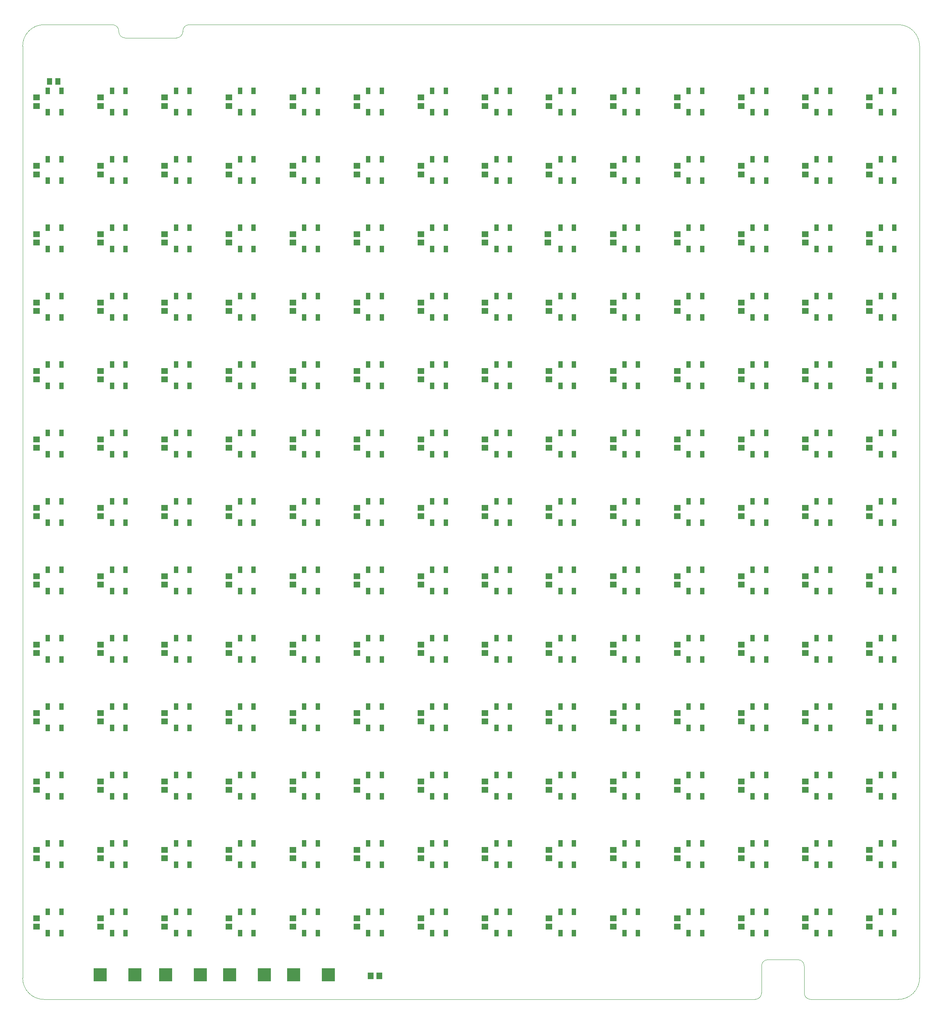
<source format=gtp>
%FSLAX46Y46*%
G04 Gerber Fmt 4.6, Leading zero omitted, Abs format (unit mm)*
G04 Created by KiCad (PCBNEW (2014-09-25 BZR 5147)-product) date Friday 10 October 2014 06:15:42 PM IST*
%MOMM*%
G01*
G04 APERTURE LIST*
%ADD10C,0.150000*%
%ADD11C,0.100000*%
%ADD12R,1.300480X1.498600*%
%ADD13R,3.048000X3.048000*%
%ADD14R,1.350000X1.550000*%
%ADD15R,1.550000X1.350000*%
%ADD16R,1.016000X1.524000*%
G04 APERTURE END LIST*
D10*
D11*
X264000000Y-46000000D02*
X264000000Y-264000000D01*
X93000000Y-41000000D02*
X259000000Y-41000000D01*
X75000000Y-41000000D02*
X59000000Y-41000000D01*
X76500000Y-42500000D02*
X76500000Y-42600000D01*
X76500000Y-42500000D02*
G75*
G03X75000000Y-41000000I-1500000J0D01*
G74*
G01*
X91500000Y-42500000D02*
X91500000Y-42600000D01*
X93000000Y-41000000D02*
G75*
G03X91500000Y-42500000I0J-1500000D01*
G74*
G01*
X90000000Y-44100000D02*
G75*
G03X91500000Y-42600000I0J1500000D01*
G74*
G01*
X76500000Y-42600000D02*
G75*
G03X78000000Y-44100000I1500000J0D01*
G74*
G01*
X84000000Y-44100000D02*
X90000000Y-44100000D01*
X84000000Y-44100000D02*
X78000000Y-44100000D01*
X54000000Y-264000000D02*
X54000000Y-46000000D01*
X225500000Y-269000000D02*
X59000000Y-269000000D01*
X259000000Y-269000000D02*
X238500000Y-269000000D01*
X259000000Y-269000000D02*
G75*
G03X264000000Y-264000000I0J5000000D01*
G74*
G01*
X264000000Y-46000000D02*
G75*
G03X259000000Y-41000000I-5000000J0D01*
G74*
G01*
X59000000Y-41000000D02*
G75*
G03X54000000Y-46000000I0J-5000000D01*
G74*
G01*
X54000000Y-264000000D02*
G75*
G03X59000000Y-269000000I5000000J0D01*
G74*
G01*
X237000000Y-267500000D02*
X237000000Y-261200000D01*
X227000000Y-261200000D02*
X227000000Y-267500000D01*
X225500000Y-269000000D02*
G75*
G03X227000000Y-267500000I0J1500000D01*
G74*
G01*
X237000000Y-267500000D02*
G75*
G03X238500000Y-269000000I1500000J0D01*
G74*
G01*
X237000000Y-261200000D02*
G75*
G03X235500000Y-259700000I-1500000J0D01*
G74*
G01*
X228500000Y-259700000D02*
G75*
G03X227000000Y-261200000I0J-1500000D01*
G74*
G01*
X235500000Y-259700000D02*
X228500000Y-259700000D01*
D12*
X62202500Y-54250000D03*
X60297500Y-54250000D03*
D13*
X72186000Y-263250000D03*
X80314000Y-263250000D03*
X117436000Y-263250000D03*
X125564000Y-263250000D03*
X102436000Y-263250000D03*
X110564000Y-263250000D03*
X87436000Y-263250000D03*
X95564000Y-263250000D03*
D14*
X135500000Y-263500000D03*
X137500000Y-263500000D03*
D15*
X252250000Y-250000000D03*
X252250000Y-252000000D03*
X237250000Y-250000000D03*
X237250000Y-252000000D03*
X222250000Y-250000000D03*
X222250000Y-252000000D03*
X207250000Y-250000000D03*
X207250000Y-252000000D03*
X192250000Y-250000000D03*
X192250000Y-252000000D03*
X177250000Y-250000000D03*
X177250000Y-252000000D03*
X162250000Y-250000000D03*
X162250000Y-252000000D03*
X147250000Y-250000000D03*
X147250000Y-252000000D03*
X132250000Y-250000000D03*
X132250000Y-252000000D03*
X117250000Y-250000000D03*
X117250000Y-252000000D03*
X102250000Y-250000000D03*
X102250000Y-252000000D03*
X87250000Y-250000000D03*
X87250000Y-252000000D03*
X72250000Y-250000000D03*
X72250000Y-252000000D03*
X57250000Y-250000000D03*
X57250000Y-252000000D03*
X252250000Y-234000000D03*
X252250000Y-236000000D03*
X237250000Y-234000000D03*
X237250000Y-236000000D03*
X222250000Y-234000000D03*
X222250000Y-236000000D03*
X207250000Y-234000000D03*
X207250000Y-236000000D03*
X192250000Y-234000000D03*
X192250000Y-236000000D03*
X177250000Y-234000000D03*
X177250000Y-236000000D03*
X162250000Y-234000000D03*
X162250000Y-236000000D03*
X147250000Y-234000000D03*
X147250000Y-236000000D03*
X132250000Y-234000000D03*
X132250000Y-236000000D03*
X117250000Y-234000000D03*
X117250000Y-236000000D03*
X102250000Y-234000000D03*
X102250000Y-236000000D03*
X87250000Y-234000000D03*
X87250000Y-236000000D03*
X72250000Y-234000000D03*
X72250000Y-236000000D03*
X57250000Y-234000000D03*
X57250000Y-236000000D03*
X252250000Y-218000000D03*
X252250000Y-220000000D03*
X237250000Y-218000000D03*
X237250000Y-220000000D03*
X222250000Y-218000000D03*
X222250000Y-220000000D03*
X207250000Y-218000000D03*
X207250000Y-220000000D03*
X192250000Y-218000000D03*
X192250000Y-220000000D03*
X177250000Y-218000000D03*
X177250000Y-220000000D03*
X162250000Y-218000000D03*
X162250000Y-220000000D03*
X147250000Y-218000000D03*
X147250000Y-220000000D03*
X132250000Y-218000000D03*
X132250000Y-220000000D03*
X117250000Y-218000000D03*
X117250000Y-220000000D03*
X102250000Y-218000000D03*
X102250000Y-220000000D03*
X87250000Y-218000000D03*
X87250000Y-220000000D03*
X72250000Y-218000000D03*
X72250000Y-220000000D03*
X57250000Y-218000000D03*
X57250000Y-220000000D03*
X252250000Y-202000000D03*
X252250000Y-204000000D03*
X237250000Y-202000000D03*
X237250000Y-204000000D03*
X222250000Y-202000000D03*
X222250000Y-204000000D03*
X207250000Y-202000000D03*
X207250000Y-204000000D03*
X192250000Y-202000000D03*
X192250000Y-204000000D03*
X177250000Y-202000000D03*
X177250000Y-204000000D03*
X162250000Y-202000000D03*
X162250000Y-204000000D03*
X147250000Y-202000000D03*
X147250000Y-204000000D03*
X132250000Y-202000000D03*
X132250000Y-204000000D03*
X117250000Y-202000000D03*
X117250000Y-204000000D03*
X102250000Y-202000000D03*
X102250000Y-204000000D03*
X87250000Y-202000000D03*
X87250000Y-204000000D03*
X72250000Y-202000000D03*
X72250000Y-204000000D03*
X57250000Y-202000000D03*
X57250000Y-204000000D03*
X252250000Y-186000000D03*
X252250000Y-188000000D03*
X237250000Y-186000000D03*
X237250000Y-188000000D03*
X222250000Y-186000000D03*
X222250000Y-188000000D03*
X207250000Y-186000000D03*
X207250000Y-188000000D03*
X192250000Y-186000000D03*
X192250000Y-188000000D03*
X177250000Y-186000000D03*
X177250000Y-188000000D03*
X162250000Y-186000000D03*
X162250000Y-188000000D03*
X147250000Y-186000000D03*
X147250000Y-188000000D03*
X132250000Y-186000000D03*
X132250000Y-188000000D03*
X117250000Y-186000000D03*
X117250000Y-188000000D03*
X102250000Y-186000000D03*
X102250000Y-188000000D03*
X87250000Y-186000000D03*
X87250000Y-188000000D03*
X72250000Y-186000000D03*
X72250000Y-188000000D03*
X57250000Y-186000000D03*
X57250000Y-188000000D03*
X252250000Y-170000000D03*
X252250000Y-172000000D03*
X237250000Y-170000000D03*
X237250000Y-172000000D03*
X222250000Y-170000000D03*
X222250000Y-172000000D03*
X207250000Y-170000000D03*
X207250000Y-172000000D03*
X192250000Y-170000000D03*
X192250000Y-172000000D03*
X177250000Y-170000000D03*
X177250000Y-172000000D03*
X162250000Y-170000000D03*
X162250000Y-172000000D03*
X147250000Y-170000000D03*
X147250000Y-172000000D03*
X132250000Y-170000000D03*
X132250000Y-172000000D03*
X117250000Y-170000000D03*
X117250000Y-172000000D03*
X102250000Y-170000000D03*
X102250000Y-172000000D03*
X87250000Y-170000000D03*
X87250000Y-172000000D03*
X72250000Y-170000000D03*
X72250000Y-172000000D03*
X57250000Y-170000000D03*
X57250000Y-172000000D03*
X252250000Y-154000000D03*
X252250000Y-156000000D03*
X237250000Y-154000000D03*
X237250000Y-156000000D03*
X222250000Y-154000000D03*
X222250000Y-156000000D03*
X207250000Y-154000000D03*
X207250000Y-156000000D03*
X192250000Y-154000000D03*
X192250000Y-156000000D03*
X177250000Y-154000000D03*
X177250000Y-156000000D03*
X162250000Y-154000000D03*
X162250000Y-156000000D03*
X147250000Y-154000000D03*
X147250000Y-156000000D03*
X132250000Y-154000000D03*
X132250000Y-156000000D03*
X117250000Y-154000000D03*
X117250000Y-156000000D03*
X102250000Y-154000000D03*
X102250000Y-156000000D03*
X87250000Y-154000000D03*
X87250000Y-156000000D03*
X72250000Y-154000000D03*
X72250000Y-156000000D03*
X57250000Y-154000000D03*
X57250000Y-156000000D03*
X252250000Y-138000000D03*
X252250000Y-140000000D03*
X237250000Y-138000000D03*
X237250000Y-140000000D03*
X222250000Y-138000000D03*
X222250000Y-140000000D03*
X207250000Y-138000000D03*
X207250000Y-140000000D03*
X192250000Y-138000000D03*
X192250000Y-140000000D03*
X177250000Y-138000000D03*
X177250000Y-140000000D03*
X162250000Y-138000000D03*
X162250000Y-140000000D03*
X147250000Y-138000000D03*
X147250000Y-140000000D03*
X132250000Y-138000000D03*
X132250000Y-140000000D03*
X117250000Y-138000000D03*
X117250000Y-140000000D03*
X102250000Y-138000000D03*
X102250000Y-140000000D03*
X87250000Y-138000000D03*
X87250000Y-140000000D03*
X72250000Y-138000000D03*
X72250000Y-140000000D03*
X57250000Y-138000000D03*
X57250000Y-140000000D03*
X252250000Y-122000000D03*
X252250000Y-124000000D03*
X237250000Y-122000000D03*
X237250000Y-124000000D03*
X222250000Y-122000000D03*
X222250000Y-124000000D03*
X207250000Y-122000000D03*
X207250000Y-124000000D03*
X192250000Y-122000000D03*
X192250000Y-124000000D03*
X177250000Y-122000000D03*
X177250000Y-124000000D03*
X162250000Y-122000000D03*
X162250000Y-124000000D03*
X147250000Y-122000000D03*
X147250000Y-124000000D03*
X132250000Y-122000000D03*
X132250000Y-124000000D03*
X117250000Y-122000000D03*
X117250000Y-124000000D03*
X102250000Y-122000000D03*
X102250000Y-124000000D03*
X87250000Y-122000000D03*
X87250000Y-124000000D03*
X72250000Y-122000000D03*
X72250000Y-124000000D03*
X57250000Y-122000000D03*
X57250000Y-124000000D03*
X252250000Y-106000000D03*
X252250000Y-108000000D03*
X237250000Y-106000000D03*
X237250000Y-108000000D03*
X222250000Y-106000000D03*
X222250000Y-108000000D03*
X207250000Y-106000000D03*
X207250000Y-108000000D03*
X192250000Y-106000000D03*
X192250000Y-108000000D03*
X177250000Y-106000000D03*
X177250000Y-108000000D03*
X162250000Y-106000000D03*
X162250000Y-108000000D03*
X147250000Y-106000000D03*
X147250000Y-108000000D03*
X132250000Y-106000000D03*
X132250000Y-108000000D03*
X117250000Y-106000000D03*
X117250000Y-108000000D03*
X102250000Y-106000000D03*
X102250000Y-108000000D03*
X87250000Y-106000000D03*
X87250000Y-108000000D03*
X72250000Y-106000000D03*
X72250000Y-108000000D03*
X57250000Y-106000000D03*
X57250000Y-108000000D03*
X252250000Y-90000000D03*
X252250000Y-92000000D03*
X237250000Y-90000000D03*
X237250000Y-92000000D03*
X222250000Y-90000000D03*
X222250000Y-92000000D03*
X207250000Y-90000000D03*
X207250000Y-92000000D03*
X192250000Y-90000000D03*
X192250000Y-92000000D03*
X177000000Y-90000000D03*
X177000000Y-92000000D03*
X162250000Y-90000000D03*
X162250000Y-92000000D03*
X147250000Y-90000000D03*
X147250000Y-92000000D03*
X132250000Y-90000000D03*
X132250000Y-92000000D03*
X117250000Y-90000000D03*
X117250000Y-92000000D03*
X102250000Y-90000000D03*
X102250000Y-92000000D03*
X87250000Y-90000000D03*
X87250000Y-92000000D03*
X72250000Y-90000000D03*
X72250000Y-92000000D03*
X57250000Y-90000000D03*
X57250000Y-92000000D03*
X252250000Y-74000000D03*
X252250000Y-76000000D03*
X237250000Y-74000000D03*
X237250000Y-76000000D03*
X222250000Y-74000000D03*
X222250000Y-76000000D03*
X207250000Y-74000000D03*
X207250000Y-76000000D03*
X192250000Y-74000000D03*
X192250000Y-76000000D03*
X177250000Y-74000000D03*
X177250000Y-76000000D03*
X162250000Y-74000000D03*
X162250000Y-76000000D03*
X147250000Y-74000000D03*
X147250000Y-76000000D03*
X132250000Y-74000000D03*
X132250000Y-76000000D03*
X117250000Y-74000000D03*
X117250000Y-76000000D03*
X102250000Y-74000000D03*
X102250000Y-76000000D03*
X87250000Y-74000000D03*
X87250000Y-76000000D03*
X72250000Y-74000000D03*
X72250000Y-76000000D03*
X57250000Y-74000000D03*
X57250000Y-76000000D03*
X252250000Y-58000000D03*
X252250000Y-60000000D03*
X237250000Y-58000000D03*
X237250000Y-60000000D03*
X222250000Y-58000000D03*
X222250000Y-60000000D03*
X207250000Y-58000000D03*
X207250000Y-60000000D03*
X192250000Y-58000000D03*
X192250000Y-60000000D03*
X177250000Y-58000000D03*
X177250000Y-60000000D03*
X162250000Y-58000000D03*
X162250000Y-60000000D03*
X147250000Y-58000000D03*
X147250000Y-60000000D03*
X132250000Y-58000000D03*
X132250000Y-60000000D03*
X117250000Y-58000000D03*
X117250000Y-60000000D03*
X102250000Y-58000000D03*
X102250000Y-60000000D03*
X87250000Y-58000000D03*
X87250000Y-60000000D03*
X72250000Y-58000000D03*
X72250000Y-60000000D03*
X57250000Y-58000000D03*
X57250000Y-60000000D03*
D16*
X138087500Y-72523500D03*
X134912500Y-72523500D03*
X134912500Y-77476500D03*
X138087500Y-77476500D03*
X258087500Y-248523500D03*
X254912500Y-248523500D03*
X254912500Y-253476500D03*
X258087500Y-253476500D03*
X243087500Y-248523500D03*
X239912500Y-248523500D03*
X239912500Y-253476500D03*
X243087500Y-253476500D03*
X228087500Y-248523500D03*
X224912500Y-248523500D03*
X224912500Y-253476500D03*
X228087500Y-253476500D03*
X213087500Y-248523500D03*
X209912500Y-248523500D03*
X209912500Y-253476500D03*
X213087500Y-253476500D03*
X198087500Y-248523500D03*
X194912500Y-248523500D03*
X194912500Y-253476500D03*
X198087500Y-253476500D03*
X183087500Y-248523500D03*
X179912500Y-248523500D03*
X179912500Y-253476500D03*
X183087500Y-253476500D03*
X168087500Y-248523500D03*
X164912500Y-248523500D03*
X164912500Y-253476500D03*
X168087500Y-253476500D03*
X153087500Y-248523500D03*
X149912500Y-248523500D03*
X149912500Y-253476500D03*
X153087500Y-253476500D03*
X138087500Y-248523500D03*
X134912500Y-248523500D03*
X134912500Y-253476500D03*
X138087500Y-253476500D03*
X123087500Y-248523500D03*
X119912500Y-248523500D03*
X119912500Y-253476500D03*
X123087500Y-253476500D03*
X108087500Y-248523500D03*
X104912500Y-248523500D03*
X104912500Y-253476500D03*
X108087500Y-253476500D03*
X93087500Y-248523500D03*
X89912500Y-248523500D03*
X89912500Y-253476500D03*
X93087500Y-253476500D03*
X78087500Y-248523500D03*
X74912500Y-248523500D03*
X74912500Y-253476500D03*
X78087500Y-253476500D03*
X63087500Y-248523500D03*
X59912500Y-248523500D03*
X59912500Y-253476500D03*
X63087500Y-253476500D03*
X258087500Y-232523500D03*
X254912500Y-232523500D03*
X254912500Y-237476500D03*
X258087500Y-237476500D03*
X243087500Y-232523500D03*
X239912500Y-232523500D03*
X239912500Y-237476500D03*
X243087500Y-237476500D03*
X228087500Y-232523500D03*
X224912500Y-232523500D03*
X224912500Y-237476500D03*
X228087500Y-237476500D03*
X213087500Y-232523500D03*
X209912500Y-232523500D03*
X209912500Y-237476500D03*
X213087500Y-237476500D03*
X198087500Y-232523500D03*
X194912500Y-232523500D03*
X194912500Y-237476500D03*
X198087500Y-237476500D03*
X183087500Y-232523500D03*
X179912500Y-232523500D03*
X179912500Y-237476500D03*
X183087500Y-237476500D03*
X168087500Y-232523500D03*
X164912500Y-232523500D03*
X164912500Y-237476500D03*
X168087500Y-237476500D03*
X153087500Y-232523500D03*
X149912500Y-232523500D03*
X149912500Y-237476500D03*
X153087500Y-237476500D03*
X138087500Y-232523500D03*
X134912500Y-232523500D03*
X134912500Y-237476500D03*
X138087500Y-237476500D03*
X123087500Y-232523500D03*
X119912500Y-232523500D03*
X119912500Y-237476500D03*
X123087500Y-237476500D03*
X108087500Y-232523500D03*
X104912500Y-232523500D03*
X104912500Y-237476500D03*
X108087500Y-237476500D03*
X93087500Y-232523500D03*
X89912500Y-232523500D03*
X89912500Y-237476500D03*
X93087500Y-237476500D03*
X78087500Y-232523500D03*
X74912500Y-232523500D03*
X74912500Y-237476500D03*
X78087500Y-237476500D03*
X63087500Y-232523500D03*
X59912500Y-232523500D03*
X59912500Y-237476500D03*
X63087500Y-237476500D03*
X258087500Y-216523500D03*
X254912500Y-216523500D03*
X254912500Y-221476500D03*
X258087500Y-221476500D03*
X243087500Y-216523500D03*
X239912500Y-216523500D03*
X239912500Y-221476500D03*
X243087500Y-221476500D03*
X228087500Y-216523500D03*
X224912500Y-216523500D03*
X224912500Y-221476500D03*
X228087500Y-221476500D03*
X213087500Y-216523500D03*
X209912500Y-216523500D03*
X209912500Y-221476500D03*
X213087500Y-221476500D03*
X198087500Y-216523500D03*
X194912500Y-216523500D03*
X194912500Y-221476500D03*
X198087500Y-221476500D03*
X183087500Y-216523500D03*
X179912500Y-216523500D03*
X179912500Y-221476500D03*
X183087500Y-221476500D03*
X168087500Y-216523500D03*
X164912500Y-216523500D03*
X164912500Y-221476500D03*
X168087500Y-221476500D03*
X153087500Y-216523500D03*
X149912500Y-216523500D03*
X149912500Y-221476500D03*
X153087500Y-221476500D03*
X138087500Y-216523500D03*
X134912500Y-216523500D03*
X134912500Y-221476500D03*
X138087500Y-221476500D03*
X123087500Y-216523500D03*
X119912500Y-216523500D03*
X119912500Y-221476500D03*
X123087500Y-221476500D03*
X108087500Y-216523500D03*
X104912500Y-216523500D03*
X104912500Y-221476500D03*
X108087500Y-221476500D03*
X93087500Y-216523500D03*
X89912500Y-216523500D03*
X89912500Y-221476500D03*
X93087500Y-221476500D03*
X78087500Y-216523500D03*
X74912500Y-216523500D03*
X74912500Y-221476500D03*
X78087500Y-221476500D03*
X63087500Y-216523500D03*
X59912500Y-216523500D03*
X59912500Y-221476500D03*
X63087500Y-221476500D03*
X258087500Y-200523500D03*
X254912500Y-200523500D03*
X254912500Y-205476500D03*
X258087500Y-205476500D03*
X243087500Y-200523500D03*
X239912500Y-200523500D03*
X239912500Y-205476500D03*
X243087500Y-205476500D03*
X228087500Y-200523500D03*
X224912500Y-200523500D03*
X224912500Y-205476500D03*
X228087500Y-205476500D03*
X213087500Y-200523500D03*
X209912500Y-200523500D03*
X209912500Y-205476500D03*
X213087500Y-205476500D03*
X198087500Y-200523500D03*
X194912500Y-200523500D03*
X194912500Y-205476500D03*
X198087500Y-205476500D03*
X183087500Y-200523500D03*
X179912500Y-200523500D03*
X179912500Y-205476500D03*
X183087500Y-205476500D03*
X168087500Y-200523500D03*
X164912500Y-200523500D03*
X164912500Y-205476500D03*
X168087500Y-205476500D03*
X153087500Y-200523500D03*
X149912500Y-200523500D03*
X149912500Y-205476500D03*
X153087500Y-205476500D03*
X138087500Y-200523500D03*
X134912500Y-200523500D03*
X134912500Y-205476500D03*
X138087500Y-205476500D03*
X123087500Y-200523500D03*
X119912500Y-200523500D03*
X119912500Y-205476500D03*
X123087500Y-205476500D03*
X108087500Y-200523500D03*
X104912500Y-200523500D03*
X104912500Y-205476500D03*
X108087500Y-205476500D03*
X93087500Y-200523500D03*
X89912500Y-200523500D03*
X89912500Y-205476500D03*
X93087500Y-205476500D03*
X78087500Y-200523500D03*
X74912500Y-200523500D03*
X74912500Y-205476500D03*
X78087500Y-205476500D03*
X63087500Y-200523500D03*
X59912500Y-200523500D03*
X59912500Y-205476500D03*
X63087500Y-205476500D03*
X258087500Y-184523500D03*
X254912500Y-184523500D03*
X254912500Y-189476500D03*
X258087500Y-189476500D03*
X243087500Y-184523500D03*
X239912500Y-184523500D03*
X239912500Y-189476500D03*
X243087500Y-189476500D03*
X228087500Y-184523500D03*
X224912500Y-184523500D03*
X224912500Y-189476500D03*
X228087500Y-189476500D03*
X213087500Y-184523500D03*
X209912500Y-184523500D03*
X209912500Y-189476500D03*
X213087500Y-189476500D03*
X198087500Y-184523500D03*
X194912500Y-184523500D03*
X194912500Y-189476500D03*
X198087500Y-189476500D03*
X183087500Y-184523500D03*
X179912500Y-184523500D03*
X179912500Y-189476500D03*
X183087500Y-189476500D03*
X168087500Y-184523500D03*
X164912500Y-184523500D03*
X164912500Y-189476500D03*
X168087500Y-189476500D03*
X153087500Y-184523500D03*
X149912500Y-184523500D03*
X149912500Y-189476500D03*
X153087500Y-189476500D03*
X138087500Y-184523500D03*
X134912500Y-184523500D03*
X134912500Y-189476500D03*
X138087500Y-189476500D03*
X123087500Y-184523500D03*
X119912500Y-184523500D03*
X119912500Y-189476500D03*
X123087500Y-189476500D03*
X108087500Y-184523500D03*
X104912500Y-184523500D03*
X104912500Y-189476500D03*
X108087500Y-189476500D03*
X93087500Y-184523500D03*
X89912500Y-184523500D03*
X89912500Y-189476500D03*
X93087500Y-189476500D03*
X78087500Y-184523500D03*
X74912500Y-184523500D03*
X74912500Y-189476500D03*
X78087500Y-189476500D03*
X63087500Y-184523500D03*
X59912500Y-184523500D03*
X59912500Y-189476500D03*
X63087500Y-189476500D03*
X258087500Y-168523500D03*
X254912500Y-168523500D03*
X254912500Y-173476500D03*
X258087500Y-173476500D03*
X243087500Y-168523500D03*
X239912500Y-168523500D03*
X239912500Y-173476500D03*
X243087500Y-173476500D03*
X228087500Y-168523500D03*
X224912500Y-168523500D03*
X224912500Y-173476500D03*
X228087500Y-173476500D03*
X213087500Y-168523500D03*
X209912500Y-168523500D03*
X209912500Y-173476500D03*
X213087500Y-173476500D03*
X198087500Y-168523500D03*
X194912500Y-168523500D03*
X194912500Y-173476500D03*
X198087500Y-173476500D03*
X183087500Y-168523500D03*
X179912500Y-168523500D03*
X179912500Y-173476500D03*
X183087500Y-173476500D03*
X168087500Y-168523500D03*
X164912500Y-168523500D03*
X164912500Y-173476500D03*
X168087500Y-173476500D03*
X153087500Y-168523500D03*
X149912500Y-168523500D03*
X149912500Y-173476500D03*
X153087500Y-173476500D03*
X138087500Y-168523500D03*
X134912500Y-168523500D03*
X134912500Y-173476500D03*
X138087500Y-173476500D03*
X123087500Y-168523500D03*
X119912500Y-168523500D03*
X119912500Y-173476500D03*
X123087500Y-173476500D03*
X108087500Y-168523500D03*
X104912500Y-168523500D03*
X104912500Y-173476500D03*
X108087500Y-173476500D03*
X93087500Y-168523500D03*
X89912500Y-168523500D03*
X89912500Y-173476500D03*
X93087500Y-173476500D03*
X78087500Y-168523500D03*
X74912500Y-168523500D03*
X74912500Y-173476500D03*
X78087500Y-173476500D03*
X63087500Y-168523500D03*
X59912500Y-168523500D03*
X59912500Y-173476500D03*
X63087500Y-173476500D03*
X258087500Y-152523500D03*
X254912500Y-152523500D03*
X254912500Y-157476500D03*
X258087500Y-157476500D03*
X243087500Y-152523500D03*
X239912500Y-152523500D03*
X239912500Y-157476500D03*
X243087500Y-157476500D03*
X228087500Y-152523500D03*
X224912500Y-152523500D03*
X224912500Y-157476500D03*
X228087500Y-157476500D03*
X213087500Y-152523500D03*
X209912500Y-152523500D03*
X209912500Y-157476500D03*
X213087500Y-157476500D03*
X198087500Y-152523500D03*
X194912500Y-152523500D03*
X194912500Y-157476500D03*
X198087500Y-157476500D03*
X183087500Y-152523500D03*
X179912500Y-152523500D03*
X179912500Y-157476500D03*
X183087500Y-157476500D03*
X168087500Y-152523500D03*
X164912500Y-152523500D03*
X164912500Y-157476500D03*
X168087500Y-157476500D03*
X153087500Y-152523500D03*
X149912500Y-152523500D03*
X149912500Y-157476500D03*
X153087500Y-157476500D03*
X138087500Y-152523500D03*
X134912500Y-152523500D03*
X134912500Y-157476500D03*
X138087500Y-157476500D03*
X123087500Y-152523500D03*
X119912500Y-152523500D03*
X119912500Y-157476500D03*
X123087500Y-157476500D03*
X108087500Y-152523500D03*
X104912500Y-152523500D03*
X104912500Y-157476500D03*
X108087500Y-157476500D03*
X93087500Y-152523500D03*
X89912500Y-152523500D03*
X89912500Y-157476500D03*
X93087500Y-157476500D03*
X78087500Y-152523500D03*
X74912500Y-152523500D03*
X74912500Y-157476500D03*
X78087500Y-157476500D03*
X63087500Y-152523500D03*
X59912500Y-152523500D03*
X59912500Y-157476500D03*
X63087500Y-157476500D03*
X258087500Y-136523500D03*
X254912500Y-136523500D03*
X254912500Y-141476500D03*
X258087500Y-141476500D03*
X243087500Y-136523500D03*
X239912500Y-136523500D03*
X239912500Y-141476500D03*
X243087500Y-141476500D03*
X228087500Y-136523500D03*
X224912500Y-136523500D03*
X224912500Y-141476500D03*
X228087500Y-141476500D03*
X213087500Y-136523500D03*
X209912500Y-136523500D03*
X209912500Y-141476500D03*
X213087500Y-141476500D03*
X198087500Y-136523500D03*
X194912500Y-136523500D03*
X194912500Y-141476500D03*
X198087500Y-141476500D03*
X183087500Y-136523500D03*
X179912500Y-136523500D03*
X179912500Y-141476500D03*
X183087500Y-141476500D03*
X168087500Y-136523500D03*
X164912500Y-136523500D03*
X164912500Y-141476500D03*
X168087500Y-141476500D03*
X153087500Y-136523500D03*
X149912500Y-136523500D03*
X149912500Y-141476500D03*
X153087500Y-141476500D03*
X138087500Y-136523500D03*
X134912500Y-136523500D03*
X134912500Y-141476500D03*
X138087500Y-141476500D03*
X123087500Y-136523500D03*
X119912500Y-136523500D03*
X119912500Y-141476500D03*
X123087500Y-141476500D03*
X108087500Y-136523500D03*
X104912500Y-136523500D03*
X104912500Y-141476500D03*
X108087500Y-141476500D03*
X93087500Y-136523500D03*
X89912500Y-136523500D03*
X89912500Y-141476500D03*
X93087500Y-141476500D03*
X78087500Y-136523500D03*
X74912500Y-136523500D03*
X74912500Y-141476500D03*
X78087500Y-141476500D03*
X63087500Y-136523500D03*
X59912500Y-136523500D03*
X59912500Y-141476500D03*
X63087500Y-141476500D03*
X258087500Y-120523500D03*
X254912500Y-120523500D03*
X254912500Y-125476500D03*
X258087500Y-125476500D03*
X243087500Y-120523500D03*
X239912500Y-120523500D03*
X239912500Y-125476500D03*
X243087500Y-125476500D03*
X228087500Y-120523500D03*
X224912500Y-120523500D03*
X224912500Y-125476500D03*
X228087500Y-125476500D03*
X213087500Y-120523500D03*
X209912500Y-120523500D03*
X209912500Y-125476500D03*
X213087500Y-125476500D03*
X198087500Y-120523500D03*
X194912500Y-120523500D03*
X194912500Y-125476500D03*
X198087500Y-125476500D03*
X183087500Y-120523500D03*
X179912500Y-120523500D03*
X179912500Y-125476500D03*
X183087500Y-125476500D03*
X168087500Y-120523500D03*
X164912500Y-120523500D03*
X164912500Y-125476500D03*
X168087500Y-125476500D03*
X153087500Y-120523500D03*
X149912500Y-120523500D03*
X149912500Y-125476500D03*
X153087500Y-125476500D03*
X138087500Y-120523500D03*
X134912500Y-120523500D03*
X134912500Y-125476500D03*
X138087500Y-125476500D03*
X123087500Y-120523500D03*
X119912500Y-120523500D03*
X119912500Y-125476500D03*
X123087500Y-125476500D03*
X108087500Y-120523500D03*
X104912500Y-120523500D03*
X104912500Y-125476500D03*
X108087500Y-125476500D03*
X93087500Y-120523500D03*
X89912500Y-120523500D03*
X89912500Y-125476500D03*
X93087500Y-125476500D03*
X78087500Y-120523500D03*
X74912500Y-120523500D03*
X74912500Y-125476500D03*
X78087500Y-125476500D03*
X63087500Y-120523500D03*
X59912500Y-120523500D03*
X59912500Y-125476500D03*
X63087500Y-125476500D03*
X258087500Y-104523500D03*
X254912500Y-104523500D03*
X254912500Y-109476500D03*
X258087500Y-109476500D03*
X243087500Y-104523500D03*
X239912500Y-104523500D03*
X239912500Y-109476500D03*
X243087500Y-109476500D03*
X228087500Y-104523500D03*
X224912500Y-104523500D03*
X224912500Y-109476500D03*
X228087500Y-109476500D03*
X213087500Y-104523500D03*
X209912500Y-104523500D03*
X209912500Y-109476500D03*
X213087500Y-109476500D03*
X198087500Y-104523500D03*
X194912500Y-104523500D03*
X194912500Y-109476500D03*
X198087500Y-109476500D03*
X183087500Y-104523500D03*
X179912500Y-104523500D03*
X179912500Y-109476500D03*
X183087500Y-109476500D03*
X168087500Y-104523500D03*
X164912500Y-104523500D03*
X164912500Y-109476500D03*
X168087500Y-109476500D03*
X153087500Y-104523500D03*
X149912500Y-104523500D03*
X149912500Y-109476500D03*
X153087500Y-109476500D03*
X138087500Y-104523500D03*
X134912500Y-104523500D03*
X134912500Y-109476500D03*
X138087500Y-109476500D03*
X123087500Y-104523500D03*
X119912500Y-104523500D03*
X119912500Y-109476500D03*
X123087500Y-109476500D03*
X108087500Y-104523500D03*
X104912500Y-104523500D03*
X104912500Y-109476500D03*
X108087500Y-109476500D03*
X93087500Y-104523500D03*
X89912500Y-104523500D03*
X89912500Y-109476500D03*
X93087500Y-109476500D03*
X78087500Y-104523500D03*
X74912500Y-104523500D03*
X74912500Y-109476500D03*
X78087500Y-109476500D03*
X63087500Y-104523500D03*
X59912500Y-104523500D03*
X59912500Y-109476500D03*
X63087500Y-109476500D03*
X258087500Y-88523500D03*
X254912500Y-88523500D03*
X254912500Y-93476500D03*
X258087500Y-93476500D03*
X243087500Y-88523500D03*
X239912500Y-88523500D03*
X239912500Y-93476500D03*
X243087500Y-93476500D03*
X228087500Y-88523500D03*
X224912500Y-88523500D03*
X224912500Y-93476500D03*
X228087500Y-93476500D03*
X213087500Y-88523500D03*
X209912500Y-88523500D03*
X209912500Y-93476500D03*
X213087500Y-93476500D03*
X198087500Y-88523500D03*
X194912500Y-88523500D03*
X194912500Y-93476500D03*
X198087500Y-93476500D03*
X183087500Y-88523500D03*
X179912500Y-88523500D03*
X179912500Y-93476500D03*
X183087500Y-93476500D03*
X168087500Y-88523500D03*
X164912500Y-88523500D03*
X164912500Y-93476500D03*
X168087500Y-93476500D03*
X153087500Y-88523500D03*
X149912500Y-88523500D03*
X149912500Y-93476500D03*
X153087500Y-93476500D03*
X138087500Y-88523500D03*
X134912500Y-88523500D03*
X134912500Y-93476500D03*
X138087500Y-93476500D03*
X123087500Y-88523500D03*
X119912500Y-88523500D03*
X119912500Y-93476500D03*
X123087500Y-93476500D03*
X108087500Y-88523500D03*
X104912500Y-88523500D03*
X104912500Y-93476500D03*
X108087500Y-93476500D03*
X93087500Y-88523500D03*
X89912500Y-88523500D03*
X89912500Y-93476500D03*
X93087500Y-93476500D03*
X78087500Y-88523500D03*
X74912500Y-88523500D03*
X74912500Y-93476500D03*
X78087500Y-93476500D03*
X63087500Y-88523500D03*
X59912500Y-88523500D03*
X59912500Y-93476500D03*
X63087500Y-93476500D03*
X258087500Y-72523500D03*
X254912500Y-72523500D03*
X254912500Y-77476500D03*
X258087500Y-77476500D03*
X243087500Y-72523500D03*
X239912500Y-72523500D03*
X239912500Y-77476500D03*
X243087500Y-77476500D03*
X228087500Y-72523500D03*
X224912500Y-72523500D03*
X224912500Y-77476500D03*
X228087500Y-77476500D03*
X213087500Y-72523500D03*
X209912500Y-72523500D03*
X209912500Y-77476500D03*
X213087500Y-77476500D03*
X198087500Y-72523500D03*
X194912500Y-72523500D03*
X194912500Y-77476500D03*
X198087500Y-77476500D03*
X183087500Y-72523500D03*
X179912500Y-72523500D03*
X179912500Y-77476500D03*
X183087500Y-77476500D03*
X168087500Y-72523500D03*
X164912500Y-72523500D03*
X164912500Y-77476500D03*
X168087500Y-77476500D03*
X153087500Y-72523500D03*
X149912500Y-72523500D03*
X149912500Y-77476500D03*
X153087500Y-77476500D03*
X123087500Y-72523500D03*
X119912500Y-72523500D03*
X119912500Y-77476500D03*
X123087500Y-77476500D03*
X108087500Y-72523500D03*
X104912500Y-72523500D03*
X104912500Y-77476500D03*
X108087500Y-77476500D03*
X93087500Y-72523500D03*
X89912500Y-72523500D03*
X89912500Y-77476500D03*
X93087500Y-77476500D03*
X78087500Y-72523500D03*
X74912500Y-72523500D03*
X74912500Y-77476500D03*
X78087500Y-77476500D03*
X63087500Y-72523500D03*
X59912500Y-72523500D03*
X59912500Y-77476500D03*
X63087500Y-77476500D03*
X258087500Y-56523500D03*
X254912500Y-56523500D03*
X254912500Y-61476500D03*
X258087500Y-61476500D03*
X243087500Y-56523500D03*
X239912500Y-56523500D03*
X239912500Y-61476500D03*
X243087500Y-61476500D03*
X228087500Y-56523500D03*
X224912500Y-56523500D03*
X224912500Y-61476500D03*
X228087500Y-61476500D03*
X213087500Y-56523500D03*
X209912500Y-56523500D03*
X209912500Y-61476500D03*
X213087500Y-61476500D03*
X198087500Y-56523500D03*
X194912500Y-56523500D03*
X194912500Y-61476500D03*
X198087500Y-61476500D03*
X183087500Y-56523500D03*
X179912500Y-56523500D03*
X179912500Y-61476500D03*
X183087500Y-61476500D03*
X168087500Y-56523500D03*
X164912500Y-56523500D03*
X164912500Y-61476500D03*
X168087500Y-61476500D03*
X153087500Y-56523500D03*
X149912500Y-56523500D03*
X149912500Y-61476500D03*
X153087500Y-61476500D03*
X138087500Y-56523500D03*
X134912500Y-56523500D03*
X134912500Y-61476500D03*
X138087500Y-61476500D03*
X123087500Y-56523500D03*
X119912500Y-56523500D03*
X119912500Y-61476500D03*
X123087500Y-61476500D03*
X108087500Y-56523500D03*
X104912500Y-56523500D03*
X104912500Y-61476500D03*
X108087500Y-61476500D03*
X93087500Y-56523500D03*
X89912500Y-56523500D03*
X89912500Y-61476500D03*
X93087500Y-61476500D03*
X78087500Y-56523500D03*
X74912500Y-56523500D03*
X74912500Y-61476500D03*
X78087500Y-61476500D03*
X63087500Y-56523500D03*
X59912500Y-56523500D03*
X59912500Y-61476500D03*
X63087500Y-61476500D03*
M02*

</source>
